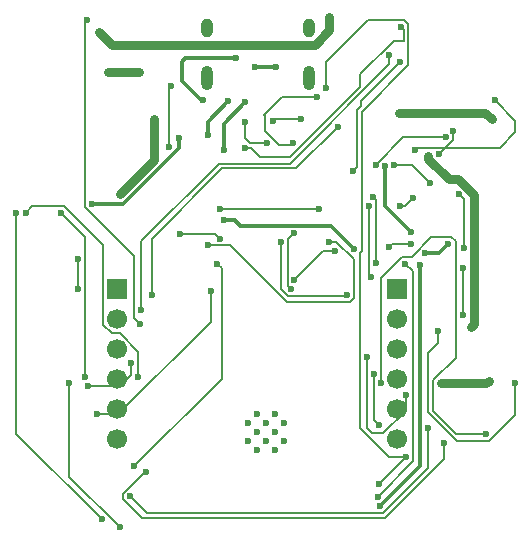
<source format=gbr>
%TF.GenerationSoftware,KiCad,Pcbnew,9.0.6*%
%TF.CreationDate,2026-01-08T21:46:16-05:00*%
%TF.ProjectId,espdroneea,65737064-726f-46e6-9565-612e6b696361,rev?*%
%TF.SameCoordinates,Original*%
%TF.FileFunction,Copper,L2,Bot*%
%TF.FilePolarity,Positive*%
%FSLAX46Y46*%
G04 Gerber Fmt 4.6, Leading zero omitted, Abs format (unit mm)*
G04 Created by KiCad (PCBNEW 9.0.6) date 2026-01-08 21:46:16*
%MOMM*%
%LPD*%
G01*
G04 APERTURE LIST*
%TA.AperFunction,ComponentPad*%
%ADD10O,1.000000X2.100000*%
%TD*%
%TA.AperFunction,ComponentPad*%
%ADD11O,1.000000X1.600000*%
%TD*%
%TA.AperFunction,ComponentPad*%
%ADD12R,1.700000X1.700000*%
%TD*%
%TA.AperFunction,ComponentPad*%
%ADD13C,1.700000*%
%TD*%
%TA.AperFunction,HeatsinkPad*%
%ADD14C,0.600000*%
%TD*%
%TA.AperFunction,ViaPad*%
%ADD15C,0.600000*%
%TD*%
%TA.AperFunction,Conductor*%
%ADD16C,0.300000*%
%TD*%
%TA.AperFunction,Conductor*%
%ADD17C,0.200000*%
%TD*%
%TA.AperFunction,Conductor*%
%ADD18C,0.780000*%
%TD*%
G04 APERTURE END LIST*
D10*
%TO.P,J1,S1,SHIELD*%
%TO.N,GND*%
X126820000Y-106130000D03*
D11*
X126820000Y-101950000D03*
D10*
X118180000Y-106130000D03*
D11*
X118180000Y-101950000D03*
%TD*%
D12*
%TO.P,J7,1,Pin_1*%
%TO.N,GND*%
X110500000Y-124000000D03*
D13*
%TO.P,J7,2,Pin_2*%
%TO.N,+3V3*%
X110500000Y-126540000D03*
%TO.P,J7,3,Pin_3*%
%TO.N,/ESP32/RXD2*%
X110500000Y-129080000D03*
%TO.P,J7,4,Pin_4*%
%TO.N,/ESP32/TXD2*%
X110500000Y-131620000D03*
%TO.P,J7,5,Pin_5*%
%TO.N,/ESP32/SDA*%
X110500000Y-134160000D03*
%TO.P,J7,6,Pin_6*%
%TO.N,/ESP32/SCL*%
X110500000Y-136700000D03*
%TD*%
D12*
%TO.P,J8,1,Pin_1*%
%TO.N,GND*%
X134250000Y-124000000D03*
D13*
%TO.P,J8,2,Pin_2*%
%TO.N,+VBatt*%
X134250000Y-126540000D03*
%TO.P,J8,3,Pin_3*%
%TO.N,/ESP32/SRV1*%
X134250000Y-129080000D03*
%TO.P,J8,4,Pin_4*%
%TO.N,/ESP32/SRV2*%
X134250000Y-131620000D03*
%TO.P,J8,5,Pin_5*%
%TO.N,/ESP32/SRV3*%
X134250000Y-134160000D03*
%TO.P,J8,6,Pin_6*%
%TO.N,/ESP32/SRV4*%
X134250000Y-136700000D03*
%TD*%
D14*
%TO.P,U3,39,GND*%
%TO.N,GND*%
X124705000Y-136872500D03*
X124705000Y-135347500D03*
X123942500Y-137635000D03*
X123942500Y-136110000D03*
X123942500Y-134585000D03*
X123180000Y-136872500D03*
X123180000Y-135347500D03*
X122417500Y-137635000D03*
X122417500Y-136110000D03*
X122417500Y-134585000D03*
X121655000Y-136872500D03*
X121655000Y-135347500D03*
%TD*%
D15*
%TO.N,+5V*%
X118200000Y-111000000D03*
X119917423Y-108122042D03*
%TO.N,GND*%
X107200000Y-124015000D03*
X119250000Y-119750000D03*
X115850680Y-119350680D03*
X110750000Y-144200000D03*
X107200000Y-121500000D03*
X128500000Y-120000000D03*
X132250000Y-116250000D03*
X134500000Y-117000000D03*
X134000000Y-113500000D03*
X135635816Y-116287176D03*
X118250000Y-120250000D03*
X144200000Y-132000000D03*
X106500000Y-132000000D03*
X132500000Y-121824000D03*
X137000000Y-115000000D03*
X137710366Y-127539633D03*
%TO.N,/ESP32/USB_DN*%
X119600000Y-112200000D03*
X121400000Y-108200000D03*
X124000000Y-105250000D03*
X121413541Y-108186459D03*
X122250000Y-105250000D03*
%TO.N,/ESP32/USB_DP*%
X120600000Y-104481000D03*
X117850000Y-108000000D03*
%TO.N,+3V3*%
X125500000Y-123250000D03*
X125500000Y-119307164D03*
X134940380Y-121859620D03*
X133540380Y-120459620D03*
X125250000Y-124000000D03*
X129000000Y-120750000D03*
X132600000Y-141600000D03*
X135400000Y-120200000D03*
%TO.N,/ESP32/Motor2*%
X134500000Y-104750000D03*
X142500000Y-108000000D03*
X130537263Y-114019909D03*
X139000000Y-110600000D03*
X131850000Y-116942821D03*
X137800000Y-112600000D03*
X135750000Y-112250000D03*
X132000000Y-123000000D03*
%TO.N,/ESP32/TX*%
X138400000Y-111150735D03*
X139801000Y-122250000D03*
X138254326Y-137004326D03*
X113000000Y-139500000D03*
X139801000Y-126250000D03*
X132424230Y-113485982D03*
%TO.N,/ESP32/LED3*%
X105800000Y-117600000D03*
X107800000Y-131500000D03*
%TO.N,/ESP32/Motor4*%
X132907823Y-131934602D03*
X141750000Y-136250000D03*
%TO.N,/ESP32/Motor1*%
X108000000Y-101250000D03*
X112500000Y-127000000D03*
%TO.N,/ESP32/SRV2*%
X130000000Y-124500000D03*
X124400000Y-119998527D03*
%TO.N,/ESP32/Motor3*%
X136850000Y-135750000D03*
X111667134Y-141573348D03*
%TO.N,/ESP32/LED2*%
X102800000Y-117550057D03*
X112350000Y-131500000D03*
%TO.N,/ESP32/TXD2*%
X111750000Y-130250000D03*
X108097113Y-132242784D03*
%TO.N,/ESP32/LED1*%
X102000000Y-117600000D03*
X109250000Y-143500000D03*
%TO.N,/ESP32/SRV3*%
X134999000Y-133000000D03*
X131715031Y-129799998D03*
%TO.N,/ESP32/SCL*%
X119000000Y-121885000D03*
X112000000Y-139000000D03*
%TO.N,/ESP32/EN*%
X134999000Y-138250000D03*
X132750000Y-140500000D03*
X128207870Y-107000000D03*
%TO.N,/ESP32/RX*%
X113500000Y-124500000D03*
X129250000Y-110250000D03*
%TO.N,/ESP32/SDA*%
X118499027Y-124154998D03*
X108875790Y-134624210D03*
%TO.N,/ESP32/Boot*%
X133600000Y-104200000D03*
X112600000Y-125800000D03*
%TO.N,/ESP32/SRV4*%
X132307823Y-131175986D03*
X132750000Y-135500000D03*
%TO.N,Net-(D4-A)*%
X134400000Y-109100000D03*
X142250000Y-109650000D03*
%TO.N,+VBatt*%
X113683000Y-109600000D03*
X142000000Y-131800000D03*
X109800000Y-105600000D03*
X140500000Y-127250000D03*
X136909000Y-112750000D03*
X128500000Y-101000000D03*
X110800000Y-116000000D03*
X138000000Y-132000000D03*
X109000000Y-102250000D03*
X112400000Y-105600000D03*
%TO.N,Net-(U5-~{CHRG})*%
X115074000Y-106809468D03*
X114964346Y-111964346D03*
%TO.N,+VBus*%
X136600000Y-121000000D03*
X132800000Y-142400000D03*
X119600000Y-118200000D03*
X108400000Y-116800000D03*
X138600000Y-120200000D03*
X130600000Y-120600000D03*
X136200000Y-122000000D03*
X135400000Y-119200000D03*
X115800000Y-111200000D03*
X133210883Y-113631520D03*
%TO.N,/ESP32/RTS*%
X127500000Y-107750000D03*
X125466352Y-111663078D03*
%TO.N,/ESP32/DTR*%
X134600000Y-101800000D03*
X121330822Y-112069180D03*
%TO.N,/ESP32/TXD*%
X123226535Y-111650062D03*
X123703290Y-109800000D03*
X126119391Y-109654139D03*
X121351241Y-109908257D03*
%TO.N,Net-(U1-VDD)*%
X119250000Y-117200000D03*
X127600000Y-117250000D03*
%TO.N,LDO_EN*%
X139500000Y-116000000D03*
X139889998Y-120500000D03*
%TD*%
D16*
%TO.N,+5V*%
X119917423Y-108122042D02*
X118200000Y-109839465D01*
X118200000Y-109839465D02*
X118200000Y-111000000D01*
D17*
%TO.N,GND*%
X110750000Y-144150057D02*
X110750000Y-144200000D01*
X124933957Y-125101000D02*
X130248943Y-125101000D01*
X137000000Y-115000000D02*
X135500000Y-113500000D01*
X107200000Y-121500000D02*
X107250000Y-121550000D01*
X129099943Y-120000000D02*
X128500000Y-120000000D01*
X137710366Y-127539633D02*
X137710366Y-128539632D01*
X135500000Y-113500000D02*
X134000000Y-113500000D01*
X115850680Y-119350680D02*
X118850680Y-119350680D01*
X130601000Y-124748943D02*
X130601000Y-121501057D01*
X106500000Y-132000000D02*
X106500000Y-139900057D01*
X130601000Y-121501057D02*
X129099943Y-120000000D01*
X118850680Y-119350680D02*
X119250000Y-119750000D01*
X136850000Y-134417100D02*
X139283900Y-136851000D01*
X132500000Y-116500000D02*
X132250000Y-116250000D01*
X134922992Y-117000000D02*
X135635816Y-116287176D01*
X118250000Y-120250000D02*
X120082957Y-120250000D01*
X107250000Y-121550000D02*
X107250000Y-123965000D01*
X132500000Y-121824000D02*
X132500000Y-116500000D01*
X134500000Y-117000000D02*
X134922992Y-117000000D01*
X130248943Y-125101000D02*
X130601000Y-124748943D01*
X137710366Y-128539632D02*
X136850000Y-129399998D01*
X136850000Y-129399998D02*
X136850000Y-134417100D01*
X141998943Y-136851000D02*
X144200000Y-134649943D01*
X107250000Y-123965000D02*
X107200000Y-124015000D01*
X120082957Y-120250000D02*
X124933957Y-125101000D01*
X106500000Y-139900057D02*
X110750000Y-144150057D01*
X139283900Y-136851000D02*
X141998943Y-136851000D01*
X144200000Y-134649943D02*
X144200000Y-132000000D01*
D16*
%TO.N,/ESP32/USB_DN*%
X124000000Y-105250000D02*
X122250000Y-105250000D01*
X119600000Y-112200000D02*
X119600000Y-110000000D01*
X119600000Y-110000000D02*
X121400000Y-108200000D01*
%TO.N,/ESP32/USB_DP*%
X116025230Y-104825230D02*
X116000000Y-104800000D01*
X116025230Y-106374770D02*
X116000000Y-106349540D01*
X117850000Y-108000000D02*
X117650460Y-108000000D01*
X116025230Y-106374770D02*
X116025230Y-104825230D01*
X117650460Y-108000000D02*
X116025230Y-106374770D01*
X116319000Y-104481000D02*
X120600000Y-104481000D01*
X116000000Y-104800000D02*
X116319000Y-104481000D01*
D17*
%TO.N,+3V3*%
X132600000Y-141600000D02*
X135599000Y-138601000D01*
X133800000Y-120200000D02*
X133540380Y-120459620D01*
X125000000Y-119807164D02*
X125500000Y-119307164D01*
X135400000Y-120200000D02*
X133800000Y-120200000D01*
X135599000Y-138601000D02*
X135599000Y-122518240D01*
X125000000Y-123750000D02*
X125000000Y-119807164D01*
X135599000Y-122518240D02*
X134940380Y-121859620D01*
X125250000Y-124000000D02*
X125000000Y-123750000D01*
X128000000Y-120750000D02*
X125500000Y-123250000D01*
X129000000Y-120750000D02*
X128000000Y-120750000D01*
%TO.N,/ESP32/Motor2*%
X130849000Y-108833900D02*
X131200000Y-108482900D01*
X139000000Y-110600000D02*
X139000000Y-111400000D01*
X139000000Y-111400000D02*
X137800000Y-112600000D01*
X132000000Y-123000000D02*
X131850000Y-122850000D01*
X130537263Y-113964162D02*
X130849000Y-113652425D01*
X131850000Y-122850000D02*
X131850000Y-116942821D01*
X135941000Y-112059000D02*
X135750000Y-112250000D01*
X130849000Y-113652425D02*
X130849000Y-108833900D01*
X142500000Y-108000000D02*
X144250000Y-109750000D01*
X130537263Y-114019909D02*
X130537263Y-113964162D01*
X131200000Y-108482900D02*
X131200000Y-108050000D01*
X142941000Y-112059000D02*
X135941000Y-112059000D01*
X144250000Y-110750000D02*
X142941000Y-112059000D01*
X131200000Y-108050000D02*
X134500000Y-104750000D01*
X144250000Y-109750000D02*
X144250000Y-110750000D01*
%TO.N,/ESP32/TX*%
X111066134Y-141324405D02*
X111066134Y-141822291D01*
X138400000Y-111150735D02*
X134759477Y-111150735D01*
X113000000Y-139500000D02*
X112890539Y-139500000D01*
X139801000Y-126250000D02*
X139801000Y-122250000D01*
X133215043Y-143402000D02*
X138254326Y-138362717D01*
X138254326Y-138362717D02*
X138254326Y-137004326D01*
X111066134Y-141822291D02*
X112645843Y-143402000D01*
X112890539Y-139500000D02*
X111066134Y-141324405D01*
X112645843Y-143402000D02*
X133215043Y-143402000D01*
X134759477Y-111150735D02*
X132424230Y-113485982D01*
%TO.N,/ESP32/LED3*%
X105800000Y-117600000D02*
X107800000Y-119600000D01*
X107800000Y-119600000D02*
X107800000Y-131500000D01*
%TO.N,/ESP32/Motor4*%
X139201000Y-129821778D02*
X137309000Y-131713778D01*
X134689380Y-121258620D02*
X135491380Y-121258620D01*
X137309000Y-131713778D02*
X137309000Y-134309000D01*
X139250000Y-136250000D02*
X141750000Y-136250000D01*
X135491380Y-121258620D02*
X137151000Y-119599000D01*
X137309000Y-134309000D02*
X139250000Y-136250000D01*
X138848943Y-119599000D02*
X139201000Y-119951057D01*
X139201000Y-119951057D02*
X139201000Y-129821778D01*
X137151000Y-119599000D02*
X138848943Y-119599000D01*
X132907823Y-123040177D02*
X134689380Y-121258620D01*
X132907823Y-131934602D02*
X132907823Y-123040177D01*
%TO.N,/ESP32/Motor1*%
X112000000Y-121249943D02*
X107799000Y-117048943D01*
X107799000Y-101451000D02*
X108000000Y-101250000D01*
X112500000Y-127000000D02*
X112000000Y-126500000D01*
X107799000Y-117048943D02*
X107799000Y-101451000D01*
X112000000Y-126500000D02*
X112000000Y-121249943D01*
%TO.N,/ESP32/SRV2*%
X124400000Y-123999943D02*
X125001057Y-124601000D01*
X130000000Y-124500000D02*
X129899000Y-124601000D01*
X124400000Y-119998527D02*
X124400000Y-123999943D01*
X129899000Y-124601000D02*
X125001057Y-124601000D01*
%TO.N,/ESP32/Motor3*%
X133048943Y-143001000D02*
X136850000Y-139199943D01*
X113094786Y-143001000D02*
X133048943Y-143001000D01*
X111667134Y-141573348D02*
X113094786Y-143001000D01*
X136850000Y-139199943D02*
X136850000Y-135750000D01*
%TO.N,/ESP32/LED2*%
X109349000Y-120299057D02*
X109349000Y-127016760D01*
X112350000Y-129302240D02*
X112350000Y-131500000D01*
X102800000Y-117550057D02*
X103351057Y-116999000D01*
X110797760Y-127750000D02*
X112350000Y-129302240D01*
X106048943Y-116999000D02*
X109349000Y-120299057D01*
X103351057Y-116999000D02*
X106048943Y-116999000D01*
X110082240Y-127750000D02*
X110797760Y-127750000D01*
X109349000Y-127016760D02*
X110082240Y-127750000D01*
%TO.N,/ESP32/TXD2*%
X110757273Y-132242784D02*
X108097113Y-132242784D01*
X111750000Y-131250057D02*
X110757273Y-132242784D01*
X111750000Y-130250000D02*
X111750000Y-131250057D01*
%TO.N,/ESP32/LED1*%
X102000000Y-136250000D02*
X109250000Y-143500000D01*
X102000000Y-117600000D02*
X102000000Y-136250000D01*
%TO.N,/ESP32/SRV3*%
X131715031Y-129799998D02*
X131706823Y-129808206D01*
X134999000Y-134323240D02*
X134999000Y-133000000D01*
X132145480Y-136223240D02*
X133099000Y-136223240D01*
X131706823Y-135784583D02*
X132145480Y-136223240D01*
X131706823Y-129808206D02*
X131706823Y-135784583D01*
X133099000Y-136223240D02*
X134999000Y-134323240D01*
%TO.N,/ESP32/SCL*%
X119000000Y-121885000D02*
X119385027Y-122270027D01*
X119385027Y-131614973D02*
X112000000Y-139000000D01*
X119385027Y-122270027D02*
X119385027Y-131614973D01*
%TO.N,/ESP32/EN*%
X135201000Y-101551057D02*
X135201000Y-105049000D01*
X128207870Y-104753134D02*
X128211004Y-104750000D01*
X134999000Y-138250000D02*
X134999000Y-138251000D01*
X135201000Y-105049000D02*
X131250000Y-109000000D01*
X131114031Y-120935912D02*
X131114031Y-135758891D01*
X128207870Y-107000000D02*
X128207870Y-104753134D01*
X131114031Y-135758891D02*
X133605140Y-138250000D01*
X131250000Y-109000000D02*
X131250000Y-120799943D01*
X134999000Y-138251000D02*
X132750000Y-140500000D01*
X131801000Y-101199000D02*
X134848943Y-101199000D01*
X134848943Y-101199000D02*
X135201000Y-101551057D01*
X133605140Y-138250000D02*
X134999000Y-138250000D01*
X131250000Y-120799943D02*
X131114031Y-120935912D01*
X128211004Y-104750000D02*
X128250000Y-104750000D01*
X128250000Y-104750000D02*
X131801000Y-101199000D01*
%TO.N,/ESP32/RX*%
X125698000Y-113802000D02*
X129250000Y-110250000D01*
X113500000Y-124500000D02*
X113500000Y-119750000D01*
X113500000Y-119750000D02*
X119448000Y-113802000D01*
X119448000Y-113802000D02*
X125698000Y-113802000D01*
%TO.N,/ESP32/SDA*%
X118499027Y-126766601D02*
X118499027Y-124154998D01*
X110641418Y-134624210D02*
X118499027Y-126766601D01*
X108875790Y-134624210D02*
X110641418Y-134624210D01*
%TO.N,/ESP32/Boot*%
X125148943Y-113401000D02*
X133600000Y-104949943D01*
X119151057Y-113401000D02*
X125148943Y-113401000D01*
X112600000Y-125800000D02*
X112600000Y-119952057D01*
X133600000Y-104200000D02*
X133524265Y-104124265D01*
X112600000Y-119952057D02*
X119151057Y-113401000D01*
X133600000Y-104949943D02*
X133600000Y-104200000D01*
%TO.N,/ESP32/SRV4*%
X132307823Y-135057823D02*
X132307823Y-131175986D01*
X132750000Y-135500000D02*
X132307823Y-135057823D01*
D18*
%TO.N,Net-(D4-A)*%
X141700000Y-109100000D02*
X142250000Y-109650000D01*
X134400000Y-109100000D02*
X141700000Y-109100000D01*
%TO.N,+VBatt*%
X110091000Y-103341000D02*
X109000000Y-102250000D01*
X136909000Y-112750000D02*
X136909000Y-112969065D01*
X128500000Y-101000000D02*
X128500000Y-102112907D01*
X128500000Y-102112907D02*
X127271907Y-103341000D01*
X141800000Y-132000000D02*
X142000000Y-131800000D01*
X113683000Y-113117000D02*
X110800000Y-116000000D01*
X140780998Y-116020933D02*
X140780998Y-126969002D01*
X127271907Y-103341000D02*
X110091000Y-103341000D01*
X139429130Y-114669065D02*
X140780998Y-116020933D01*
X113683000Y-109600000D02*
X113683000Y-113117000D01*
X109800000Y-105600000D02*
X112400000Y-105600000D01*
X138000000Y-132000000D02*
X141800000Y-132000000D01*
X136909000Y-112969065D02*
X138609000Y-114669065D01*
X140780998Y-126969002D02*
X140500000Y-127250000D01*
X138609000Y-114669065D02*
X139429130Y-114669065D01*
D17*
%TO.N,Net-(U5-~{CHRG})*%
X115074000Y-106999501D02*
X114964346Y-107109155D01*
X115074000Y-106809468D02*
X115074000Y-106999501D01*
X114964346Y-107109155D02*
X114964346Y-111964346D01*
D16*
%TO.N,+VBus*%
X128657164Y-118657164D02*
X130600000Y-120600000D01*
X136600000Y-121000000D02*
X137800000Y-121000000D01*
X132800000Y-142400000D02*
X136200000Y-139000000D01*
X136200000Y-139000000D02*
X136200000Y-122000000D01*
X137800000Y-121000000D02*
X138600000Y-120200000D01*
X111047932Y-116800000D02*
X115800000Y-112047932D01*
X133210883Y-117010883D02*
X133210883Y-113631520D01*
X135400000Y-119200000D02*
X133210883Y-117010883D01*
X120942836Y-118657164D02*
X128657164Y-118657164D01*
X115800000Y-112047932D02*
X115800000Y-111200000D01*
X120485672Y-118200000D02*
X120942836Y-118657164D01*
X119600000Y-118200000D02*
X120485672Y-118200000D01*
X108400000Y-116800000D02*
X111047932Y-116800000D01*
D17*
%TO.N,/ESP32/RTS*%
X124225000Y-111800000D02*
X123069802Y-110644802D01*
X123000000Y-109250000D02*
X124500000Y-107750000D01*
X124500000Y-107750000D02*
X127500000Y-107750000D01*
X125329430Y-111800000D02*
X124225000Y-111800000D01*
X123069802Y-110644802D02*
X123069802Y-109319802D01*
X123069802Y-109319802D02*
X123000000Y-109250000D01*
X125466352Y-111663078D02*
X125329430Y-111800000D01*
%TO.N,/ESP32/DTR*%
X122649305Y-112800000D02*
X125182843Y-112800000D01*
X125182843Y-112800000D02*
X131116421Y-106866422D01*
X131116421Y-105833636D02*
X133950057Y-103000000D01*
X121918485Y-112069180D02*
X122649305Y-112800000D01*
X121330822Y-112069180D02*
X121918485Y-112069180D01*
X131116421Y-106866422D02*
X131116421Y-105833636D01*
X134800000Y-102000000D02*
X134600000Y-101800000D01*
X134800000Y-103000000D02*
X134800000Y-102000000D01*
X133950057Y-103000000D02*
X134800000Y-103000000D01*
%TO.N,/ESP32/TXD*%
X123226535Y-111650062D02*
X121760233Y-111650062D01*
X126119391Y-109654139D02*
X123849151Y-109654139D01*
X121760233Y-111650062D02*
X121351241Y-111241070D01*
X123849151Y-109654139D02*
X123703290Y-109800000D01*
X121351241Y-111241070D02*
X121351241Y-109908257D01*
%TO.N,Net-(U1-VDD)*%
X119250000Y-117200000D02*
X119300000Y-117250000D01*
X119300000Y-117250000D02*
X127600000Y-117250000D01*
%TO.N,LDO_EN*%
X139500000Y-116000000D02*
X139889998Y-116389998D01*
X139889998Y-116389998D02*
X139889998Y-120500000D01*
%TD*%
M02*

</source>
